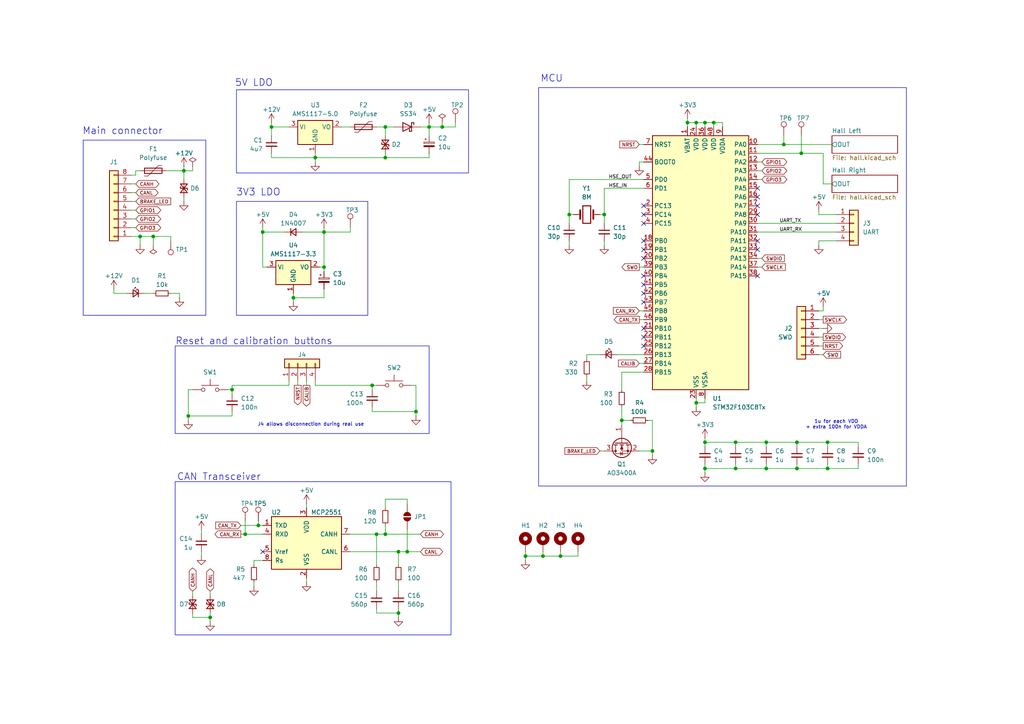
<source format=kicad_sch>
(kicad_sch (version 20231120) (generator "eeschema") (generator_version "8.0")
  (paper "A4")
  (title_block (title "Accelerator Pedal Position Sensor") (date "2025-01-30") (rev "1") (company "York Formula Student") (comment 1 "Logan Carey") (comment 2 "Owen Smith"))
  (junction (at 240.03 128.27))
  (junction (at 207.01 35.56))
  (junction (at 115.57 160.02))
  (junction (at 201.93 35.56))
  (junction (at 54.61 120.65))
  (junction (at 53.34 49.53))
  (junction (at 107.95 111.76))
  (junction (at 85.09 86.36))
  (junction (at 93.98 77.47))
  (junction (at 44.45 68.58))
  (junction (at 152.4 161.29))
  (junction (at 189.23 130.81))
  (junction (at 109.22 154.94))
  (junction (at 93.98 67.31))
  (junction (at 180.34 121.92))
  (junction (at 213.36 135.89))
  (junction (at 71.12 154.94))
  (junction (at 165.1 62.23))
  (junction (at 111.76 154.94))
  (junction (at 157.48 161.29))
  (junction (at 213.36 128.27))
  (junction (at 91.44 45.72))
  (junction (at 128.27 36.83))
  (junction (at 120.65 119.38))
  (junction (at 222.25 128.27))
  (junction (at 227.33 41.91))
  (junction (at 118.11 160.02))
  (junction (at 60.96 179.07))
  (junction (at 232.41 44.45))
  (junction (at 231.14 128.27))
  (junction (at 204.47 128.27))
  (junction (at 111.76 36.83))
  (junction (at 162.56 161.29))
  (junction (at 240.03 135.89))
  (junction (at 40.64 68.58))
  (junction (at 199.39 35.56))
  (junction (at 74.93 152.4))
  (junction (at 76.2 67.31))
  (junction (at 67.31 113.03))
  (junction (at 204.47 135.89))
  (junction (at 222.25 135.89))
  (junction (at 231.14 135.89))
  (junction (at 115.57 177.8))
  (junction (at 111.76 45.72))
  (junction (at 175.26 62.23))
  (junction (at 124.46 36.83))
  (junction (at 201.93 116.84))
  (junction (at 204.47 35.56))
  (junction (at 78.74 36.83))
  (no_connect (at 219.71 59.69))
  (no_connect (at 219.71 72.39))
  (no_connect (at 219.71 54.61))
  (no_connect (at 186.69 74.93))
  (no_connect (at 186.69 97.79))
  (no_connect (at 186.69 95.25))
  (no_connect (at 186.69 82.55))
  (no_connect (at 219.71 80.01))
  (no_connect (at 186.69 69.85))
  (no_connect (at 186.69 85.09))
  (no_connect (at 219.71 57.15))
  (no_connect (at 186.69 59.69))
  (no_connect (at 186.69 80.01))
  (no_connect (at 186.69 62.23))
  (no_connect (at 76.2 160.02))
  (no_connect (at 186.69 100.33))
  (no_connect (at 186.69 64.77))
  (no_connect (at 219.71 69.85))
  (no_connect (at 186.69 87.63))
  (no_connect (at 186.69 72.39))
  (no_connect (at 219.71 62.23))
  (wire (pts (xy 185.42 48.26) (xy 185.42 46.99)))
  (wire (pts (xy 69.85 154.94) (xy 71.12 154.94)))
  (wire (pts (xy 227.33 41.91) (xy 241.3 41.91)))
  (wire (pts (xy 86.36 110.49) (xy 86.36 111.76)))
  (wire (pts (xy 38.1 63.5) (xy 39.37 63.5)))
  (wire (pts (xy 222.25 129.54) (xy 222.25 128.27)))
  (wire (pts (xy 219.71 46.99) (xy 220.98 46.99)))
  (wire (pts (xy 204.47 135.89) (xy 204.47 137.16)))
  (wire (pts (xy 175.26 62.23) (xy 175.26 64.77)))
  (wire (pts (xy 219.71 44.45) (xy 232.41 44.45)))
  (wire (pts (xy 152.4 162.56) (xy 152.4 161.29)))
  (wire (pts (xy 186.69 54.61) (xy 175.26 54.61)))
  (wire (pts (xy 111.76 36.83) (xy 114.3 36.83)))
  (wire (pts (xy 52.07 85.09) (xy 52.07 86.36)))
  (wire (pts (xy 74.93 151.13) (xy 74.93 152.4)))
  (wire (pts (xy 93.98 67.31) (xy 93.98 77.47)))
  (wire (pts (xy 101.6 160.02) (xy 115.57 160.02)))
  (wire (pts (xy 180.34 118.11) (xy 180.34 121.92)))
  (wire (pts (xy 99.06 36.83) (xy 101.6 36.83)))
  (wire (pts (xy 109.22 154.94) (xy 109.22 163.83)))
  (wire (pts (xy 118.11 144.78) (xy 111.76 144.78)))
  (wire (pts (xy 240.03 135.89) (xy 248.92 135.89)))
  (wire (pts (xy 44.45 68.58) (xy 40.64 68.58)))
  (wire (pts (xy 222.25 128.27) (xy 231.14 128.27)))
  (wire (pts (xy 115.57 168.91) (xy 115.57 171.45)))
  (wire (pts (xy 180.34 121.92) (xy 182.88 121.92)))
  (wire (pts (xy 53.34 49.53) (xy 53.34 52.07)))
  (wire (pts (xy 93.98 66.04) (xy 93.98 67.31)))
  (wire (pts (xy 88.9 167.64) (xy 88.9 168.91)))
  (wire (pts (xy 128.27 36.83) (xy 132.08 36.83)))
  (wire (pts (xy 167.64 160.02) (xy 167.64 161.29)))
  (wire (pts (xy 107.95 111.76) (xy 107.95 113.03)))
  (wire (pts (xy 157.48 161.29) (xy 152.4 161.29)))
  (wire (pts (xy 165.1 62.23) (xy 165.1 64.77)))
  (wire (pts (xy 83.82 111.76) (xy 83.82 110.49)))
  (wire (pts (xy 55.88 49.53) (xy 53.34 49.53)))
  (wire (pts (xy 213.36 134.62) (xy 213.36 135.89)))
  (wire (pts (xy 204.47 128.27) (xy 213.36 128.27)))
  (wire (pts (xy 53.34 57.15) (xy 53.34 58.42)))
  (wire (pts (xy 67.31 120.65) (xy 54.61 120.65)))
  (wire (pts (xy 118.11 160.02) (xy 121.92 160.02)))
  (wire (pts (xy 237.49 90.17) (xy 238.76 90.17)))
  (wire (pts (xy 227.33 39.37) (xy 227.33 41.91)))
  (wire (pts (xy 111.76 44.45) (xy 111.76 45.72)))
  (wire (pts (xy 219.71 52.07) (xy 220.98 52.07)))
  (wire (pts (xy 165.1 62.23) (xy 166.37 62.23)))
  (wire (pts (xy 185.42 41.91) (xy 186.69 41.91)))
  (wire (pts (xy 78.74 45.72) (xy 91.44 45.72)))
  (wire (pts (xy 185.42 77.47) (xy 186.69 77.47)))
  (wire (pts (xy 41.91 85.09) (xy 44.45 85.09)))
  (wire (pts (xy 204.47 116.84) (xy 204.47 115.57)))
  (wire (pts (xy 55.88 48.26) (xy 55.88 49.53)))
  (wire (pts (xy 76.2 66.04) (xy 76.2 67.31)))
  (wire (pts (xy 55.88 177.8) (xy 55.88 179.07)))
  (wire (pts (xy 231.14 128.27) (xy 240.03 128.27)))
  (wire (pts (xy 69.85 152.4) (xy 74.93 152.4)))
  (wire (pts (xy 231.14 135.89) (xy 240.03 135.89)))
  (wire (pts (xy 186.69 52.07) (xy 165.1 52.07)))
  (wire (pts (xy 237.49 69.85) (xy 242.57 69.85)))
  (wire (pts (xy 157.48 161.29) (xy 162.56 161.29)))
  (wire (pts (xy 219.71 49.53) (xy 220.98 49.53)))
  (wire (pts (xy 101.6 154.94) (xy 109.22 154.94)))
  (wire (pts (xy 222.25 135.89) (xy 231.14 135.89)))
  (wire (pts (xy 242.57 62.23) (xy 237.49 62.23)))
  (wire (pts (xy 173.99 130.81) (xy 175.26 130.81)))
  (wire (pts (xy 38.1 60.96) (xy 39.37 60.96)))
  (wire (pts (xy 124.46 36.83) (xy 128.27 36.83)))
  (wire (pts (xy 222.25 134.62) (xy 222.25 135.89)))
  (wire (pts (xy 124.46 36.83) (xy 124.46 35.56)))
  (wire (pts (xy 232.41 39.37) (xy 232.41 44.45)))
  (wire (pts (xy 60.96 177.8) (xy 60.96 179.07)))
  (wire (pts (xy 213.36 135.89) (xy 204.47 135.89)))
  (wire (pts (xy 204.47 35.56) (xy 204.47 36.83)))
  (wire (pts (xy 240.03 134.62) (xy 240.03 135.89)))
  (wire (pts (xy 189.23 132.08) (xy 189.23 130.81)))
  (wire (pts (xy 40.64 68.58) (xy 40.64 71.12)))
  (wire (pts (xy 201.93 116.84) (xy 201.93 115.57)))
  (wire (pts (xy 238.76 97.79) (xy 237.49 97.79)))
  (wire (pts (xy 175.26 69.85) (xy 175.26 71.12)))
  (wire (pts (xy 49.53 69.85) (xy 49.53 68.58)))
  (wire (pts (xy 175.26 62.23) (xy 173.99 62.23)))
  (wire (pts (xy 38.1 68.58) (xy 40.64 68.58)))
  (wire (pts (xy 201.93 35.56) (xy 204.47 35.56)))
  (wire (pts (xy 67.31 111.76) (xy 67.31 113.03)))
  (wire (pts (xy 199.39 36.83) (xy 199.39 35.56)))
  (wire (pts (xy 101.6 66.04) (xy 101.6 67.31)))
  (wire (pts (xy 231.14 129.54) (xy 231.14 128.27)))
  (wire (pts (xy 219.71 67.31) (xy 242.57 67.31)))
  (wire (pts (xy 115.57 160.02) (xy 115.57 163.83)))
  (wire (pts (xy 219.71 77.47) (xy 220.98 77.47)))
  (wire (pts (xy 66.04 113.03) (xy 67.31 113.03)))
  (wire (pts (xy 73.66 162.56) (xy 73.66 163.83)))
  (wire (pts (xy 157.48 160.02) (xy 157.48 161.29)))
  (wire (pts (xy 67.31 111.76) (xy 83.82 111.76)))
  (wire (pts (xy 207.01 36.83) (xy 207.01 35.56)))
  (wire (pts (xy 54.61 120.65) (xy 54.61 113.03)))
  (wire (pts (xy 180.34 107.95) (xy 180.34 113.03)))
  (wire (pts (xy 39.37 49.53) (xy 39.37 50.8)))
  (wire (pts (xy 162.56 160.02) (xy 162.56 161.29)))
  (wire (pts (xy 78.74 36.83) (xy 78.74 35.56)))
  (wire (pts (xy 92.71 77.47) (xy 93.98 77.47)))
  (wire (pts (xy 120.65 111.76) (xy 119.38 111.76)))
  (wire (pts (xy 209.55 36.83) (xy 209.55 35.56)))
  (wire (pts (xy 78.74 36.83) (xy 83.82 36.83)))
  (wire (pts (xy 237.49 62.23) (xy 237.49 60.96)))
  (wire (pts (xy 199.39 35.56) (xy 201.93 35.56)))
  (wire (pts (xy 48.26 49.53) (xy 53.34 49.53)))
  (wire (pts (xy 111.76 154.94) (xy 121.92 154.94)))
  (wire (pts (xy 58.42 160.02) (xy 58.42 161.29)))
  (wire (pts (xy 118.11 153.67) (xy 118.11 160.02)))
  (wire (pts (xy 186.69 107.95) (xy 180.34 107.95)))
  (wire (pts (xy 115.57 177.8) (xy 115.57 179.07)))
  (wire (pts (xy 115.57 176.53) (xy 115.57 177.8)))
  (wire (pts (xy 74.93 152.4) (xy 76.2 152.4)))
  (wire (pts (xy 82.55 67.31) (xy 76.2 67.31)))
  (wire (pts (xy 132.08 35.56) (xy 132.08 36.83)))
  (wire (pts (xy 170.18 102.87) (xy 170.18 104.14)))
  (wire (pts (xy 49.53 85.09) (xy 52.07 85.09)))
  (wire (pts (xy 238.76 53.34) (xy 241.3 53.34)))
  (wire (pts (xy 238.76 100.33) (xy 237.49 100.33)))
  (wire (pts (xy 111.76 152.4) (xy 111.76 154.94)))
  (wire (pts (xy 120.65 120.65) (xy 120.65 119.38)))
  (wire (pts (xy 213.36 135.89) (xy 222.25 135.89)))
  (wire (pts (xy 109.22 36.83) (xy 111.76 36.83)))
  (wire (pts (xy 73.66 168.91) (xy 73.66 170.18)))
  (wire (pts (xy 240.03 128.27) (xy 248.92 128.27)))
  (wire (pts (xy 201.93 116.84) (xy 201.93 118.11)))
  (wire (pts (xy 91.44 110.49) (xy 91.44 111.76)))
  (wire (pts (xy 238.76 102.87) (xy 237.49 102.87)))
  (wire (pts (xy 120.65 119.38) (xy 120.65 111.76)))
  (wire (pts (xy 204.47 127) (xy 204.47 128.27)))
  (wire (pts (xy 115.57 160.02) (xy 118.11 160.02)))
  (wire (pts (xy 38.1 58.42) (xy 39.37 58.42)))
  (wire (pts (xy 118.11 146.05) (xy 118.11 144.78)))
  (wire (pts (xy 238.76 95.25) (xy 237.49 95.25)))
  (wire (pts (xy 91.44 45.72) (xy 111.76 45.72)))
  (wire (pts (xy 93.98 83.82) (xy 93.98 86.36)))
  (wire (pts (xy 238.76 90.17) (xy 238.76 88.9)))
  (wire (pts (xy 238.76 44.45) (xy 238.76 53.34)))
  (wire (pts (xy 53.34 48.26) (xy 53.34 49.53)))
  (wire (pts (xy 189.23 121.92) (xy 189.23 130.81)))
  (wire (pts (xy 87.63 67.31) (xy 93.98 67.31)))
  (wire (pts (xy 204.47 128.27) (xy 204.47 129.54)))
  (wire (pts (xy 67.31 119.38) (xy 67.31 120.65)))
  (wire (pts (xy 91.44 111.76) (xy 107.95 111.76)))
  (wire (pts (xy 38.1 55.88) (xy 39.37 55.88)))
  (wire (pts (xy 201.93 36.83) (xy 201.93 35.56)))
  (wire (pts (xy 109.22 168.91) (xy 109.22 171.45)))
  (wire (pts (xy 124.46 45.72) (xy 111.76 45.72)))
  (wire (pts (xy 201.93 116.84) (xy 204.47 116.84)))
  (wire (pts (xy 55.88 172.72) (xy 55.88 171.45)))
  (wire (pts (xy 44.45 71.12) (xy 44.45 68.58)))
  (wire (pts (xy 93.98 67.31) (xy 101.6 67.31)))
  (wire (pts (xy 248.92 129.54) (xy 248.92 128.27)))
  (wire (pts (xy 179.07 102.87) (xy 186.69 102.87)))
  (wire (pts (xy 76.2 77.47) (xy 77.47 77.47)))
  (wire (pts (xy 165.1 52.07) (xy 165.1 62.23)))
  (wire (pts (xy 33.02 85.09) (xy 33.02 83.82)))
  (wire (pts (xy 36.83 85.09) (xy 33.02 85.09)))
  (wire (pts (xy 67.31 113.03) (xy 67.31 114.3)))
  (wire (pts (xy 91.44 45.72) (xy 91.44 46.99)))
  (wire (pts (xy 219.71 41.91) (xy 227.33 41.91)))
  (wire (pts (xy 170.18 109.22) (xy 170.18 110.49)))
  (wire (pts (xy 240.03 129.54) (xy 240.03 128.27)))
  (wire (pts (xy 109.22 176.53) (xy 109.22 177.8)))
  (wire (pts (xy 55.88 179.07) (xy 60.96 179.07)))
  (wire (pts (xy 60.96 171.45) (xy 60.96 172.72)))
  (wire (pts (xy 165.1 69.85) (xy 165.1 71.12)))
  (wire (pts (xy 107.95 118.11) (xy 107.95 119.38)))
  (wire (pts (xy 38.1 66.04) (xy 39.37 66.04)))
  (wire (pts (xy 152.4 160.02) (xy 152.4 161.29)))
  (wire (pts (xy 124.46 36.83) (xy 124.46 39.37)))
  (wire (pts (xy 128.27 35.56) (xy 128.27 36.83)))
  (wire (pts (xy 124.46 44.45) (xy 124.46 45.72)))
  (wire (pts (xy 71.12 151.13) (xy 71.12 154.94)))
  (wire (pts (xy 88.9 110.49) (xy 88.9 111.76)))
  (wire (pts (xy 111.76 36.83) (xy 111.76 39.37)))
  (wire (pts (xy 93.98 86.36) (xy 85.09 86.36)))
  (wire (pts (xy 209.55 35.56) (xy 207.01 35.56)))
  (wire (pts (xy 187.96 121.92) (xy 189.23 121.92)))
  (wire (pts (xy 219.71 64.77) (xy 242.57 64.77)))
  (wire (pts (xy 85.09 85.09) (xy 85.09 86.36)))
  (wire (pts (xy 111.76 144.78) (xy 111.76 147.32)))
  (wire (pts (xy 219.71 74.93) (xy 220.98 74.93)))
  (wire (pts (xy 185.42 90.17) (xy 186.69 90.17)))
  (wire (pts (xy 85.09 86.36) (xy 85.09 87.63)))
  (wire (pts (xy 76.2 67.31) (xy 76.2 77.47)))
  (wire (pts (xy 54.61 121.92) (xy 54.61 120.65)))
  (wire (pts (xy 39.37 50.8) (xy 38.1 50.8)))
  (wire (pts (xy 237.49 71.12) (xy 237.49 69.85)))
  (wire (pts (xy 58.42 153.67) (xy 58.42 154.94)))
  (wire (pts (xy 199.39 34.29) (xy 199.39 35.56)))
  (wire (pts (xy 54.61 113.03) (xy 55.88 113.03)))
  (wire (pts (xy 185.42 105.41) (xy 186.69 105.41)))
  (wire (pts (xy 109.22 177.8) (xy 115.57 177.8)))
  (wire (pts (xy 185.42 46.99) (xy 186.69 46.99)))
  (wire (pts (xy 121.92 36.83) (xy 124.46 36.83)))
  (wire (pts (xy 175.26 54.61) (xy 175.26 62.23)))
  (wire (pts (xy 173.99 102.87) (xy 170.18 102.87)))
  (wire (pts (xy 88.9 146.05) (xy 88.9 147.32)))
  (wire (pts (xy 189.23 130.81) (xy 185.42 130.81)))
  (wire (pts (xy 248.92 134.62) (xy 248.92 135.89)))
  (wire (pts (xy 39.37 49.53) (xy 40.64 49.53)))
  (wire (pts (xy 231.14 134.62) (xy 231.14 135.89)))
  (wire (pts (xy 232.41 44.45) (xy 238.76 44.45)))
  (wire (pts (xy 207.01 35.56) (xy 204.47 35.56)))
  (wire (pts (xy 204.47 134.62) (xy 204.47 135.89)))
  (wire (pts (xy 78.74 36.83) (xy 78.74 39.37)))
  (wire (pts (xy 60.96 179.07) (xy 60.96 180.34)))
  (wire (pts (xy 78.74 44.45) (xy 78.74 45.72)))
  (wire (pts (xy 91.44 44.45) (xy 91.44 45.72)))
  (wire (pts (xy 71.12 154.94) (xy 76.2 154.94)))
  (wire (pts (xy 238.76 92.71) (xy 237.49 92.71)))
  (wire (pts (xy 185.42 92.71) (xy 186.69 92.71)))
  (wire (pts (xy 213.36 128.27) (xy 222.25 128.27)))
  (wire (pts (xy 93.98 77.47) (xy 93.98 78.74)))
  (wire (pts (xy 49.53 68.58) (xy 44.45 68.58)))
  (wire (pts (xy 107.95 119.38) (xy 120.65 119.38)))
  (wire (pts (xy 38.1 53.34) (xy 39.37 53.34)))
  (wire (pts (xy 109.22 111.76) (xy 107.95 111.76)))
  (wire (pts (xy 167.64 161.29) (xy 162.56 161.29)))
  (wire (pts (xy 109.22 154.94) (xy 111.76 154.94)))
  (wire (pts (xy 180.34 121.92) (xy 180.34 123.19)))
  (wire (pts (xy 76.2 162.56) (xy 73.66 162.56)))
  (wire (pts (xy 213.36 129.54) (xy 213.36 128.27)))
  (rectangle (start 24.13 40.64) (end 59.69 91.44))
  (rectangle (start 50.8 139.7) (end 130.81 184.15))
  (rectangle (start 156.21 25.4) (end 262.89 140.97))
  (rectangle (start 50.8 100.33) (end 124.46 125.73))
  (rectangle (start 68.58 58.42) (end 106.68 91.44))
  (rectangle (start 68.58 26.035) (end 135.89 50.165))
  (text "MCU" (at 160.02 22.86 0) (effects (font (size 2 2))))
  (text "Reset and calibration buttons" (at 73.66 99.06 0) (effects (font (size 2 2))))
  (text "3V3 LDO" (at 74.93 55.88 0) (effects (font (size 2 2))))
  (text "1u for each VDD\n+ extra 100n for VDDA" (at 242.57 123.19 0) (effects (font (size 1 1))))
  (text "J4 allows disconnection during real use" (at 90.17 123.19 0) (effects (font (size 1 1))))
  (text "Main connector" (at 35.56 38.1 0) (effects (font (size 2 2))))
  (text "CAN Transceiver" (at 63.5 138.43 0) (effects (font (size 2 2))))
  (text "5V LDO" (at 73.66 24.13 0) (effects (font (size 2 2))))
  (label "HSE_IN" (at 176.53 54.61 0) (effects (font (size 1 1))))
  (label "HSE_OUT" (at 176.53 52.07 0) (effects (font (size 1 1))))
  (label "UART_RX" (at 226.06 67.31 0) (effects (font (size 1 1))))
  (label "UART_TX" (at 226.06 64.77 0) (effects (font (size 1 1))))
  (global_label "GPIO1" (shape bidirectional) (at 39.37 60.96 0) (effects (font (size 1 1))) (property "Intersheetrefs" "${INTERSHEET_REFS}" (effects (hide yes))))
  (global_label "CAN_RX" (shape input) (at 185.42 90.17 180) (effects (font (size 1 1))) (property "Intersheetrefs" "${INTERSHEET_REFS}" (effects (hide yes))))
  (global_label "NRST" (shape output) (at 86.36 111.76 270) (effects (font (size 1 1))) (property "Intersheetrefs" "${INTERSHEET_REFS}" (effects (hide yes))))
  (global_label "CANH" (shape bidirectional) (at 55.88 171.45 90) (effects (font (size 1 1))) (property "Intersheetrefs" "${INTERSHEET_REFS}" (effects (hide yes))))
  (global_label "CANH" (shape bidirectional) (at 39.37 53.34 0) (effects (font (size 1 1))) (property "Intersheetrefs" "${INTERSHEET_REFS}" (effects (hide yes))))
  (global_label "CANL" (shape bidirectional) (at 60.96 171.45 90) (effects (font (size 1 1))) (property "Intersheetrefs" "${INTERSHEET_REFS}" (effects (hide yes))))
  (global_label "GPIO3" (shape bidirectional) (at 220.98 52.07 0) (effects (font (size 1 1))) (property "Intersheetrefs" "${INTERSHEET_REFS}" (effects (hide yes))))
  (global_label "BRAKE_LED" (shape input) (at 39.37 58.42 0) (effects (font (size 1 1))) (property "Intersheetrefs" "${INTERSHEET_REFS}" (effects (hide yes))))
  (global_label "CANL" (shape bidirectional) (at 121.92 160.02 0) (effects (font (size 1 1))) (property "Intersheetrefs" "${INTERSHEET_REFS}" (effects (hide yes))))
  (global_label "CANL" (shape bidirectional) (at 39.37 55.88 0) (effects (font (size 1 1))) (property "Intersheetrefs" "${INTERSHEET_REFS}" (effects (hide yes))))
  (global_label "GPIO3" (shape bidirectional) (at 39.37 66.04 0) (effects (font (size 1 1))) (property "Intersheetrefs" "${INTERSHEET_REFS}" (effects (hide yes))))
  (global_label "SWO" (shape output) (at 185.42 77.47 180) (effects (font (size 1 1))) (property "Intersheetrefs" "${INTERSHEET_REFS}" (effects (hide yes))))
  (global_label "GPIO2" (shape bidirectional) (at 39.37 63.5 0) (effects (font (size 1 1))) (property "Intersheetrefs" "${INTERSHEET_REFS}" (effects (hide yes))))
  (global_label "GPIO2" (shape bidirectional) (at 220.98 49.53 0) (effects (font (size 1 1))) (property "Intersheetrefs" "${INTERSHEET_REFS}" (effects (hide yes))))
  (global_label "GPIO1" (shape bidirectional) (at 220.98 46.99 0) (effects (font (size 1 1))) (property "Intersheetrefs" "${INTERSHEET_REFS}" (effects (hide yes))))
  (global_label "CALIB" (shape output) (at 88.9 111.76 270) (effects (font (size 1 1))) (property "Intersheetrefs" "${INTERSHEET_REFS}" (effects (hide yes))))
  (global_label "SWCLK" (shape output) (at 238.76 92.71 0) (effects (font (size 1 1))) (property "Intersheetrefs" "${INTERSHEET_REFS}" (effects (hide yes))))
  (global_label "NRST" (shape output) (at 238.76 100.33 0) (effects (font (size 1 1))) (property "Intersheetrefs" "${INTERSHEET_REFS}" (effects (hide yes))))
  (global_label "BRAKE_LED" (shape input) (at 173.99 130.81 180) (effects (font (size 1 1))) (property "Intersheetrefs" "${INTERSHEET_REFS}" (effects (hide yes))))
  (global_label "CAN_TX" (shape input) (at 69.85 152.4 180) (effects (font (size 1 1))) (property "Intersheetrefs" "${INTERSHEET_REFS}" (effects (hide yes))))
  (global_label "SWO" (shape input) (at 238.76 102.87 0) (effects (font (size 1 1))) (property "Intersheetrefs" "${INTERSHEET_REFS}" (effects (hide yes))))
  (global_label "SWDIO" (shape output) (at 238.76 97.79 0) (effects (font (size 1 1))) (property "Intersheetrefs" "${INTERSHEET_REFS}" (effects (hide yes))))
  (global_label "CAN_TX" (shape output) (at 185.42 92.71 180) (effects (font (size 1 1))) (property "Intersheetrefs" "${INTERSHEET_REFS}" (effects (hide yes))))
  (global_label "SWDIO" (shape input) (at 220.98 74.93 0) (effects (font (size 1 1))) (property "Intersheetrefs" "${INTERSHEET_REFS}" (effects (hide yes))))
  (global_label "NRST" (shape input) (at 185.42 41.91 180) (effects (font (size 1 1))) (property "Intersheetrefs" "${INTERSHEET_REFS}" (effects (hide yes))))
  (global_label "SWCLK" (shape input) (at 220.98 77.47 0) (effects (font (size 1 1))) (property "Intersheetrefs" "${INTERSHEET_REFS}" (effects (hide yes))))
  (global_label "CAN_RX" (shape output) (at 69.85 154.94 180) (effects (font (size 1 1))) (property "Intersheetrefs" "${INTERSHEET_REFS}" (effects (hide yes))))
  (global_label "CALIB" (shape input) (at 185.42 105.41 180) (effects (font (size 1 1))) (property "Intersheetrefs" "${INTERSHEET_REFS}" (effects (hide yes))))
  (global_label "CANH" (shape bidirectional) (at 121.92 154.94 0) (effects (font (size 1 1))) (property "Intersheetrefs" "${INTERSHEET_REFS}" (effects (hide yes))))
  (symbol (lib_id "Device:Polyfuse") (at 105.41 36.83 90) (unit 1)
    (property "Reference" "F2" (at 105.41 30.48 90))
    (property "Value" "Polyfuse" (at 105.41 33.02 90))
    (property "Footprint" "Resistor_SMD:R_0805_2012Metric" (effects (hide yes)))
    (property "Description" "Resettable fuse, polymeric positive temperature coefficient" (effects (hide yes)))
  )
  (symbol (lib_id "power:PWR_FLAG") (at 128.27 35.56 0) (unit 1)
    (property "Reference" "#FLG02" (effects (hide yes)))
    (property "Value" "PWR_FLAG" (effects (hide yes)))
    (property "Description" "Special symbol for telling ERC where power comes from" (effects (hide yes)))
  )
  (symbol (lib_id "Connector_Generic:Conn_01x08") (at 33.02 60.96 180) (unit 1)
    (property "Reference" "J1" (at 33.02 46.99 0))
    (property "Value" "Conn_01x08" (effects (hide yes)))
    (property "Description" "Generic connector, single row, 01x08, script generated (kicad-library-utils/schlib/autogen/connector/)" (effects (hide yes)))
  )
  (symbol (lib_id "Device:LED_Small") (at 176.53 102.87 0) (unit 1)
    (property "Reference" "D5" (at 176.53 99.06 0))
    (property "Value" "LED_Small" (effects (hide yes)))
    (property "Footprint" "LED_SMD:LED_0603_1608Metric" (effects (hide yes)))
    (property "Description" "Light emitting diode, small symbol" (effects (hide yes)))
  )
  (symbol (lib_id "power:GND") (at 85.09 87.63 0) (unit 1)
    (property "Reference" "#PWR031" (effects (hide yes)))
    (property "Value" "GND" (effects (hide yes)))
    (property "Description" "Power symbol creates a global label with name \"GND\" , ground" (effects (hide yes)))
  )
  (symbol (lib_id "Diode:SS34") (at 118.11 36.83 0) (mirror y) (unit 1)
    (property "Reference" "D3" (at 118.4275 30.48 0))
    (property "Value" "SS34" (at 118.4275 33.02 0))
    (property "Footprint" "Diode_SMD:D_SMA" (effects (hide yes)))
    (property "Datasheet" "https://www.vishay.com/docs/88751/ss32.pdf" (effects (hide yes)))
    (property "Description" "40V 3A Schottky Diode, SMA" (effects (hide yes)))
  )
  (symbol (lib_id "Device:C_Polarized_Small") (at 124.46 41.91 0) (unit 1)
    (property "Reference" "C2" (at 127 40.0938 0) (effects (justify left)))
    (property "Value" "10u" (at 127 42.6338 0) (effects (justify left)))
    (property "Footprint" "Capacitor_SMD:CP_Elec_6.3x5.4" (effects (hide yes)))
    (property "Description" "Polarized capacitor, small symbol" (effects (hide yes)))
  )
  (symbol (lib_id "power:+3V3") (at 93.98 66.04 0) (unit 1)
    (property "Reference" "#PWR032" (effects (hide yes)))
    (property "Value" "+3V3" (at 93.98 62.23 0))
    (property "Description" "Power symbol creates a global label with name \"+3V3\"" (effects (hide yes)))
  )
  (symbol (lib_id "Connector:TestPoint") (at 71.12 151.13 0) (unit 1)
    (property "Reference" "TP4" (at 69.85 146.05 0) (effects (justify left)))
    (property "Value" "TestPoint" (effects (hide yes)))
    (property "Footprint" "TestPoint:TestPoint_Keystone_5000-5004_Miniature" (effects (hide yes)))
    (property "Description" "test point" (effects (hide yes)))
  )
  (symbol (lib_id "power:GND") (at 52.07 86.36 0) (unit 1)
    (property "Reference" "#PWR042" (effects (hide yes)))
    (property "Value" "GND" (effects (hide yes)))
    (property "Description" "Power symbol creates a global label with name \"GND\" , ground" (effects (hide yes)))
  )
  (symbol (lib_id "Interface_CAN_LIN:MCP2551-I-SN") (at 88.9 157.48 0) (unit 1)
    (property "Reference" "U2" (at 78.74 148.59 0) (effects (justify left)))
    (property "Value" "MCP2551" (at 90.17 148.59 0) (effects (justify left)))
    (property "Footprint" "Package_SO:SOIC-8_3.9x4.9mm_P1.27mm" (effects (hide yes)))
    (property "Datasheet" "http://ww1.microchip.com/downloads/en/devicedoc/21667d.pdf" (effects (hide yes)))
    (property "Description" "High-Speed CAN Transceiver, 1Mbps, 5V supply, SOIC-8" (effects (hide yes)))
  )
  (symbol (lib_id "Mechanical:MountingHole_Pad") (at 167.64 157.48 0) (unit 1) (exclude_from_sim yes) (in_bom no)
    (property "Reference" "H4" (at 166.37 152.4 0) (effects (justify left)))
    (property "Value" "MountingHole_Pad" (effects (hide yes)))
    (property "Footprint" "MountingHole:MountingHole_3.2mm_M3_Pad_Via" (effects (hide yes)))
    (property "Description" "Mounting Hole with connection" (effects (hide yes)))
  )
  (symbol (lib_id "power:GND") (at 88.9 168.91 0) (unit 1)
    (property "Reference" "#PWR09" (effects (hide yes)))
    (property "Value" "GND" (effects (hide yes)))
    (property "Description" "Power symbol creates a global label with name \"GND\" , ground" (effects (hide yes)))
  )
  (symbol (lib_id "Switch:SW_Push") (at 60.96 113.03 0) (unit 1)
    (property "Reference" "SW1" (at 60.96 107.95 0))
    (property "Value" "SW_Push" (effects (hide yes)))
    (property "Footprint" "Button_Switch_SMD:SW_Push_SPST_NO_Alps_SKRK" (effects (hide yes)))
    (property "Description" "Push button switch, generic, two pins" (effects (hide yes)))
  )
  (symbol (lib_id "Device:D_Small") (at 85.09 67.31 0) (unit 1)
    (property "Reference" "D4" (at 85.09 62.23 0))
    (property "Value" "1N4007" (at 85.09 64.77 0))
    (property "Footprint" "Diode_SMD:D_SOD-123F" (effects (hide yes)))
    (property "Description" "Diode, small symbol" (effects (hide yes)))
    (property "Sim.Device" "D" (effects (hide yes)))
    (property "Sim.Pins" "1=K 2=A" (effects (hide yes)))
  )
  (symbol (lib_id "Device:C_Small") (at 165.1 67.31 0) (unit 1)
    (property "Reference" "C10" (at 162.56 66.0462 0) (effects (justify right)))
    (property "Value" "30p" (at 162.56 68.5862 0) (effects (justify right)))
    (property "Footprint" "Capacitor_SMD:C_0603_1608Metric" (effects (hide yes)))
    (property "Description" "Unpolarized capacitor, small symbol" (effects (hide yes)))
  )
  (symbol (lib_id "Device:D_TVS_Small") (at 53.34 54.61 90) (unit 1)
    (property "Reference" "D6" (at 56.515 54.61 90))
    (property "Value" "D_TVS_Small" (effects (hide yes)))
    (property "Description" "Bidirectional transient-voltage-suppression diode, small symbol" (effects (hide yes)))
  )
  (symbol (lib_id "Device:C_Small") (at 222.25 132.08 0) (unit 1)
    (property "Reference" "C6" (at 224.79 130.8162 0) (effects (justify left)))
    (property "Value" "1u" (at 224.79 133.3562 0) (effects (justify left)))
    (property "Footprint" "Capacitor_SMD:C_0603_1608Metric" (effects (hide yes)))
    (property "Description" "Unpolarized capacitor, small symbol" (effects (hide yes)))
  )
  (symbol (lib_id "power:GND") (at 152.4 162.56 0) (unit 1)
    (property "Reference" "#PWR044" (effects (hide yes)))
    (property "Value" "GND" (effects (hide yes)))
    (property "Description" "Power symbol creates a global label with name \"GND\" , ground" (effects (hide yes)))
  )
  (symbol (lib_id "Mechanical:MountingHole_Pad") (at 157.48 157.48 0) (unit 1) (exclude_from_sim yes) (in_bom no)
    (property "Reference" "H2" (at 156.21 152.4 0) (effects (justify left)))
    (property "Value" "MountingHole_Pad" (effects (hide yes)))
    (property "Footprint" "MountingHole:MountingHole_3.2mm_M3_Pad_Via" (effects (hide yes)))
    (property "Description" "Mounting Hole with connection" (effects (hide yes)))
  )
  (symbol (lib_id "power:+12V") (at 33.02 83.82 0) (unit 1)
    (property "Reference" "#PWR041" (effects (hide yes)))
    (property "Value" "+12V" (at 33.02 80.01 0))
    (property "Description" "Power symbol creates a global label with name \"+12V\"" (effects (hide yes)))
  )
  (symbol (lib_id "Device:C_Small") (at 109.22 173.99 0) (unit 1)
    (property "Reference" "C15" (at 106.68 172.7262 0) (effects (justify right)))
    (property "Value" "560p" (at 106.68 175.2662 0) (effects (justify right)))
    (property "Footprint" "Capacitor_SMD:C_0603_1608Metric" (effects (hide yes)))
    (property "Description" "Unpolarized capacitor, small symbol" (effects (hide yes)))
  )
  (symbol (lib_id "Device:R_Small") (at 111.76 149.86 0) (mirror y) (unit 1)
    (property "Reference" "R8" (at 109.22 148.5899 0) (effects (justify left)))
    (property "Value" "120" (at 109.22 151.1299 0) (effects (justify left)))
    (property "Footprint" "Resistor_SMD:R_0603_1608Metric" (effects (hide yes)))
    (property "Description" "Resistor, small symbol" (effects (hide yes)))
  )
  (symbol (lib_id "power:GND") (at 185.42 48.26 0) (unit 1)
    (property "Reference" "#PWR05" (effects (hide yes)))
    (property "Value" "GND" (effects (hide yes)))
    (property "Description" "Power symbol creates a global label with name \"GND\" , ground" (effects (hide yes)))
  )
  (symbol (lib_id "Transistor_FET:AO3400A") (at 180.34 128.27 90) (mirror x) (unit 1)
    (property "Reference" "Q1" (at 180.34 134.62 90))
    (property "Value" "AO3400A" (at 180.34 137.16 90))
    (property "Footprint" "Package_TO_SOT_SMD:SOT-23" (effects (hide yes)))
    (property "Datasheet" "http://www.aosmd.com/pdfs/datasheet/AO3400A.pdf" (effects (hide yes)))
    (property "Description" "30V Vds, 5.7A Id, N-Channel MOSFET, SOT-23" (effects (hide yes)))
  )
  (symbol (lib_id "Switch:SW_Push") (at 114.3 111.76 0) (mirror y) (unit 1)
    (property "Reference" "SW2" (at 114.3 106.68 0))
    (property "Value" "SW_Push" (effects (hide yes)))
    (property "Footprint" "Button_Switch_SMD:SW_Push_SPST_NO_Alps_SKRK" (effects (hide yes)))
    (property "Description" "Push button switch, generic, two pins" (effects (hide yes)))
  )
  (symbol (lib_id "power:GND") (at 189.23 132.08 0) (unit 1)
    (property "Reference" "#PWR017" (effects (hide yes)))
    (property "Value" "GND" (effects (hide yes)))
    (property "Description" "Power symbol creates a global label with name \"GND\" , ground" (effects (hide yes)))
  )
  (symbol (lib_id "Device:C_Small") (at 240.03 132.08 0) (unit 1)
    (property "Reference" "C8" (at 242.57 130.8162 0) (effects (justify left)))
    (property "Value" "1u" (at 242.57 133.3562 0) (effects (justify left)))
    (property "Footprint" "Capacitor_SMD:C_0603_1608Metric" (effects (hide yes)))
    (property "Description" "Unpolarized capacitor, small symbol" (effects (hide yes)))
  )
  (symbol (lib_id "Connector:TestPoint") (at 74.93 151.13 0) (unit 1)
    (property "Reference" "TP5" (at 73.66 146.05 0) (effects (justify left)))
    (property "Value" "TestPoint" (effects (hide yes)))
    (property "Footprint" "TestPoint:TestPoint_Keystone_5000-5004_Miniature" (effects (hide yes)))
    (property "Description" "test point" (effects (hide yes)))
  )
  (symbol (lib_id "Device:C_Small") (at 213.36 132.08 0) (unit 1)
    (property "Reference" "C5" (at 215.9 130.8162 0) (effects (justify left)))
    (property "Value" "1u" (at 215.9 133.3562 0) (effects (justify left)))
    (property "Footprint" "Capacitor_SMD:C_0603_1608Metric" (effects (hide yes)))
    (property "Description" "Unpolarized capacitor, small symbol" (effects (hide yes)))
  )
  (symbol (lib_id "Device:LED_Small") (at 39.37 85.09 0) (mirror y) (unit 1)
    (property "Reference" "D1" (at 39.37 81.28 0))
    (property "Value" "LED_Small" (effects (hide yes)))
    (property "Footprint" "LED_SMD:LED_0603_1608Metric" (effects (hide yes)))
    (property "Description" "Light emitting diode, small symbol" (effects (hide yes)))
  )
  (symbol (lib_id "Mechanical:MountingHole_Pad") (at 162.56 157.48 0) (unit 1) (exclude_from_sim yes) (in_bom no)
    (property "Reference" "H3" (at 161.29 152.4 0) (effects (justify left)))
    (property "Value" "MountingHole_Pad" (effects (hide yes)))
    (property "Footprint" "MountingHole:MountingHole_3.2mm_M3_Pad_Via" (effects (hide yes)))
    (property "Description" "Mounting Hole with connection" (effects (hide yes)))
  )
  (symbol (lib_id "Device:C_Small") (at 58.42 157.48 0) (unit 1)
    (property "Reference" "C14" (at 55.88 156.2162 0) (effects (justify right)))
    (property "Value" "1u" (at 55.88 158.7562 0) (effects (justify right)))
    (property "Footprint" "Capacitor_SMD:C_0603_1608Metric" (effects (hide yes)))
    (property "Description" "Unpolarized capacitor, small symbol" (effects (hide yes)))
  )
  (symbol (lib_id "power:GND") (at 40.64 71.12 0) (unit 1)
    (property "Reference" "#PWR02" (effects (hide yes)))
    (property "Value" "GND" (effects (hide yes)))
    (property "Description" "Power symbol creates a global label with name \"GND\" , ground" (effects (hide yes)))
  )
  (symbol (lib_id "power:+5V") (at 76.2 66.04 0) (unit 1)
    (property "Reference" "#PWR040" (effects (hide yes)))
    (property "Value" "+5V" (at 76.2 62.23 0))
    (property "Description" "Power symbol creates a global label with name \"+5V\"" (effects (hide yes)))
  )
  (symbol (lib_id "Connector:TestPoint") (at 227.33 39.37 0) (unit 1)
    (property "Reference" "TP6" (at 226.06 34.29 0) (effects (justify left)))
    (property "Value" "TestPoint" (effects (hide yes)))
    (property "Footprint" "TestPoint:TestPoint_Keystone_5000-5004_Miniature" (effects (hide yes)))
    (property "Description" "test point" (effects (hide yes)))
  )
  (symbol (lib_id "Regulator_Linear:AMS1117-5.0") (at 91.44 36.83 0) (unit 1)
    (property "Reference" "U3" (at 91.44 30.48 0))
    (property "Value" "AMS1117-5.0" (at 91.44 33.02 0))
    (property "Footprint" "Package_TO_SOT_SMD:SOT-223-3_TabPin2" (effects (hide yes)))
    (property "Datasheet" "http://www.advanced-monolithic.com/pdf/ds1117.pdf" (effects (hide yes)))
    (property "Description" "1A Low Dropout regulator, positive, 5.0V fixed output, SOT-223" (effects (hide yes)))
  )
  (symbol (lib_id "power:GND") (at 115.57 179.07 0) (unit 1)
    (property "Reference" "#PWR013" (effects (hide yes)))
    (property "Value" "GND" (effects (hide yes)))
    (property "Description" "Power symbol creates a global label with name \"GND\" , ground" (effects (hide yes)))
  )
  (symbol (lib_id "Connector:TestPoint") (at 132.08 35.56 0) (unit 1)
    (property "Reference" "TP2" (at 130.81 30.48 0) (effects (justify left)))
    (property "Value" "TestPoint" (effects (hide yes)))
    (property "Footprint" "TestPoint:TestPoint_Keystone_5000-5004_Miniature" (effects (hide yes)))
    (property "Description" "test point" (effects (hide yes)))
  )
  (symbol (lib_id "power:+12V") (at 53.34 48.26 0) (unit 1)
    (property "Reference" "#PWR01" (effects (hide yes)))
    (property "Value" "+12V" (at 53.34 44.45 0))
    (property "Description" "Power symbol creates a global label with name \"+12V\"" (effects (hide yes)))
  )
  (symbol (lib_id "Device:C_Small") (at 67.31 116.84 0) (unit 1)
    (property "Reference" "C12" (at 69.85 115.5762 0) (effects (justify left)))
    (property "Value" "100n" (at 69.85 118.1162 0) (effects (justify left)))
    (property "Footprint" "Capacitor_SMD:C_0603_1608Metric" (effects (hide yes)))
    (property "Description" "Unpolarized capacitor, small symbol" (effects (hide yes)))
  )
  (symbol (lib_id "power:GND") (at 58.42 161.29 0) (unit 1)
    (property "Reference" "#PWR012" (effects (hide yes)))
    (property "Value" "GND" (effects (hide yes)))
    (property "Description" "Power symbol creates a global label with name \"GND\" , ground" (effects (hide yes)))
  )
  (symbol (lib_id "Device:R_Small") (at 109.22 166.37 0) (mirror y) (unit 1)
    (property "Reference" "R6" (at 106.68 165.0999 0) (effects (justify left)))
    (property "Value" "100" (at 106.68 167.6399 0) (effects (justify left)))
    (property "Footprint" "Resistor_SMD:R_0603_1608Metric" (effects (hide yes)))
    (property "Description" "Resistor, small symbol" (effects (hide yes)))
  )
  (symbol (lib_id "power:+5V") (at 124.46 35.56 0) (unit 1)
    (property "Reference" "#PWR039" (effects (hide yes)))
    (property "Value" "+5V" (at 124.46 31.75 0))
    (property "Description" "Power symbol creates a global label with name \"+5V\"" (effects (hide yes)))
  )
  (symbol (lib_id "power:GND") (at 91.44 46.99 0) (unit 1)
    (property "Reference" "#PWR030" (effects (hide yes)))
    (property "Value" "GND" (effects (hide yes)))
    (property "Description" "Power symbol creates a global label with name \"GND\" , ground" (effects (hide yes)))
  )
  (symbol (lib_id "power:GND") (at 60.96 180.34 0) (unit 1)
    (property "Reference" "#PWR046" (effects (hide yes)))
    (property "Value" "GND" (effects (hide yes)))
    (property "Description" "Power symbol creates a global label with name \"GND\" , ground" (effects (hide yes)))
  )
  (symbol (lib_id "power:GND") (at 53.34 58.42 0) (unit 1)
    (property "Reference" "#PWR045" (effects (hide yes)))
    (property "Value" "GND" (effects (hide yes)))
    (property "Description" "Power symbol creates a global label with name \"GND\" , ground" (effects (hide yes)))
  )
  (symbol (lib_id "power:GND") (at 237.49 71.12 0) (mirror y) (unit 1)
    (property "Reference" "#PWR036" (effects (hide yes)))
    (property "Value" "GND" (effects (hide yes)))
    (property "Description" "Power symbol creates a global label with name \"GND\" , ground" (effects (hide yes)))
  )
  (symbol (lib_id "power:GND") (at 238.76 95.25 90) (mirror x) (unit 1)
    (property "Reference" "#PWR016" (effects (hide yes)))
    (property "Value" "GND" (effects (hide yes)))
    (property "Description" "Power symbol creates a global label with name \"GND\" , ground" (effects (hide yes)))
  )
  (symbol (lib_id "power:+3V3") (at 199.39 34.29 0) (unit 1)
    (property "Reference" "#PWR04" (effects (hide yes)))
    (property "Value" "+3V3" (at 199.39 30.48 0))
    (property "Description" "Power symbol creates a global label with name \"+3V3\"" (effects (hide yes)))
  )
  (symbol (lib_id "power:GND") (at 120.65 120.65 0) (mirror y) (unit 1)
    (property "Reference" "#PWR038" (effects (hide yes)))
    (property "Value" "GND" (effects (hide yes)))
    (property "Description" "Power symbol creates a global label with name \"GND\" , ground" (effects (hide yes)))
  )
  (symbol (lib_id "Device:R_Small") (at 180.34 115.57 0) (unit 1)
    (property "Reference" "R3" (at 177.8 114.2999 0) (effects (justify right)))
    (property "Value" "100" (at 177.8 116.8399 0) (effects (justify right)))
    (property "Footprint" "Resistor_SMD:R_0603_1608Metric" (effects (hide yes)))
    (property "Description" "Resistor, small symbol" (effects (hide yes)))
  )
  (symbol (lib_id "Connector_Generic:Conn_01x06") (at 232.41 95.25 0) (mirror y) (unit 1)
    (property "Reference" "J2" (at 229.87 95.2499 0) (effects (justify left)))
    (property "Value" "SWD" (at 229.87 97.7899 0) (effects (justify left)))
    (property "Footprint" "Connector_PinHeader_2.54mm:PinHeader_1x06_P2.54mm_Vertical" (effects (hide yes)))
    (property "Description" "Generic connector, single row, 01x06, script generated (kicad-library-utils/schlib/autogen/connector/)" (effects (hide yes)))
  )
  (symbol (lib_id "power:PWR_FLAG") (at 44.45 71.12 180) (unit 1)
    (property "Reference" "#FLG03" (effects (hide yes)))
    (property "Value" "PWR_FLAG" (effects (hide yes)))
    (property "Description" "Special symbol for telling ERC where power comes from" (effects (hide yes)))
  )
  (symbol (lib_id "Connector:TestPoint") (at 101.6 66.04 0) (unit 1)
    (property "Reference" "TP3" (at 100.33 60.96 0) (effects (justify left)))
    (property "Value" "TestPoint" (effects (hide yes)))
    (property "Footprint" "TestPoint:TestPoint_Keystone_5000-5004_Miniature" (effects (hide yes)))
    (property "Description" "test point" (effects (hide yes)))
  )
  (symbol (lib_id "Device:C_Small") (at 204.47 132.08 0) (unit 1)
    (property "Reference" "C4" (at 207.01 130.8162 0) (effects (justify left)))
    (property "Value" "1u" (at 207.01 133.3562 0) (effects (justify left)))
    (property "Footprint" "Capacitor_SMD:C_0603_1608Metric" (effects (hide yes)))
    (property "Description" "Unpolarized capacitor, small symbol" (effects (hide yes)))
  )
  (symbol (lib_id "Device:R_Small") (at 46.99 85.09 90) (unit 1)
    (property "Reference" "R1" (at 46.99 80.01 90))
    (property "Value" "10k" (at 46.99 82.55 90))
    (property "Footprint" "Resistor_SMD:R_0603_1608Metric" (effects (hide yes)))
    (property "Description" "Resistor, small symbol" (effects (hide yes)))
  )
  (symbol (lib_id "Connector_Generic:Conn_01x04") (at 247.65 64.77 0) (unit 1)
    (property "Reference" "J3" (at 250.19 64.7699 0) (effects (justify left)))
    (property "Value" "UART" (at 250.19 67.3099 0) (effects (justify left)))
    (property "Footprint" "Connector_PinHeader_2.54mm:PinHeader_1x04_P2.54mm_Vertical" (effects (hide yes)))
    (property "Description" "Generic connector, single row, 01x04, script generated (kicad-library-utils/schlib/autogen/connector/)" (effects (hide yes)))
  )
  (symbol (lib_id "Device:C_Small") (at 231.14 132.08 0) (unit 1)
    (property "Reference" "C7" (at 233.68 130.8162 0) (effects (justify left)))
    (property "Value" "1u" (at 233.68 133.3562 0) (effects (justify left)))
    (property "Footprint" "Capacitor_SMD:C_0603_1608Metric" (effects (hide yes)))
    (property "Description" "Unpolarized capacitor, small symbol" (effects (hide yes)))
  )
  (symbol (lib_id "Connector:TestPoint") (at 232.41 39.37 0) (unit 1)
    (property "Reference" "TP7" (at 231.14 34.29 0) (effects (justify left)))
    (property "Value" "TestPoint" (effects (hide yes)))
    (property "Footprint" "TestPoint:TestPoint_Keystone_5000-5004_Miniature" (effects (hide yes)))
    (property "Description" "test point" (effects (hide yes)))
  )
  (symbol (lib_id "MCU_ST_STM32F1:STM32F103C8Tx") (at 201.93 77.47 0) (unit 1)
    (property "Reference" "U1" (at 206.6641 115.57 0) (effects (justify left)))
    (property "Value" "STM32F103C8Tx" (at 206.6641 118.11 0) (effects (justify left)))
    (property "Footprint" "Package_QFP:LQFP-48_7x7mm_P0.5mm" (effects (hide yes)))
    (property "Datasheet" "https://www.st.com/resource/en/datasheet/stm32f103c8.pdf" (effects (hide yes)))
    (property "Description" "STMicroelectronics Arm Cortex-M3 MCU, 64KB flash, 20KB RAM, 72 MHz, 2.0-3.6V, 37 GPIO, LQFP48" (effects (hide yes)))
  )
  (symbol (lib_id "power:GND") (at 204.47 137.16 0) (unit 1)
    (property "Reference" "#PWR034" (effects (hide yes)))
    (property "Value" "GND" (effects (hide yes)))
    (property "Description" "Power symbol creates a global label with name \"GND\" , ground" (effects (hide yes)))
  )
  (symbol (lib_id "power:+5V") (at 237.49 60.96 0) (mirror y) (unit 1)
    (property "Reference" "#PWR037" (effects (hide yes)))
    (property "Value" "+5V" (at 237.49 57.15 0))
    (property "Description" "Power symbol creates a global label with name \"+5V\"" (effects (hide yes)))
  )
  (symbol (lib_id "Device:C_Small") (at 78.74 41.91 0) (unit 1)
    (property "Reference" "C1" (at 76.2 40.6462 0) (effects (justify right)))
    (property "Value" "4u7" (at 76.2 43.1862 0) (effects (justify right)))
    (property "Footprint" "Capacitor_SMD:C_0805_2012Metric" (effects (hide yes)))
    (property "Description" "Unpolarized capacitor, small symbol" (effects (hide yes)))
  )
  (symbol (lib_id "power:PWR_FLAG") (at 55.88 48.26 0) (unit 1)
    (property "Reference" "#FLG01" (effects (hide yes)))
    (property "Value" "PWR_FLAG" (effects (hide yes)))
    (property "Description" "Special symbol for telling ERC where power comes from" (effects (hide yes)))
  )
  (symbol (lib_id "Device:Polyfuse") (at 44.45 49.53 90) (unit 1)
    (property "Reference" "F1" (at 44.45 43.18 90))
    (property "Value" "Polyfuse" (at 44.45 45.72 90))
    (property "Footprint" "Resistor_SMD:R_0805_2012Metric" (effects (hide yes)))
    (property "Description" "Resettable fuse, polymeric positive temperature coefficient" (effects (hide yes)))
  )
  (symbol (lib_id "Jumper:SolderJumper_2_Open") (at 118.11 149.86 270) (unit 1) (exclude_from_sim yes) (in_bom no)
    (property "Reference" "JP1" (at 121.92 149.86 90))
    (property "Value" "SolderJumper_2_Open" (effects (hide yes)))
    (property "Footprint" "Jumper:SolderJumper-2_P1.3mm_Open_RoundedPad1.0x1.5mm" (effects (hide yes)))
    (property "Description" "Solder Jumper, 2-pole, open" (effects (hide yes)))
  )
  (symbol (lib_id "power:+3V3") (at 204.47 127 0) (unit 1)
    (property "Reference" "#PWR035" (effects (hide yes)))
    (property "Value" "+3V3" (at 204.47 123.19 0))
    (property "Description" "Power symbol creates a global label with name \"+3V3\"" (effects (hide yes)))
  )
  (symbol (lib_id "power:+5V") (at 88.9 146.05 0) (unit 1)
    (property "Reference" "#PWR010" (effects (hide yes)))
    (property "Value" "+5V" (at 88.9 142.24 0))
    (property "Description" "Power symbol creates a global label with name \"+5V\"" (effects (hide yes)))
  )
  (symbol (lib_id "power:+12V") (at 78.74 35.56 0) (unit 1)
    (property "Reference" "#PWR033" (effects (hide yes)))
    (property "Value" "+12V" (at 78.74 31.75 0))
    (property "Description" "Power symbol creates a global label with name \"+12V\"" (effects (hide yes)))
  )
  (symbol (lib_id "Connector:TestPoint") (at 49.53 69.85 180) (unit 1)
    (property "Reference" "TP1" (at 54.61 72.39 0) (effects (justify left)))
    (property "Value" "TestPoint" (effects (hide yes)))
    (property "Footprint" "TestPoint:TestPoint_Keystone_5000-5004_Miniature" (effects (hide yes)))
    (property "Description" "test point" (effects (hide yes)))
  )
  (symbol (lib_id "Device:R_Small") (at 115.57 166.37 0) (unit 1)
    (property "Reference" "R7" (at 118.11 165.0999 0) (effects (justify left)))
    (property "Value" "100" (at 118.11 167.6399 0) (effects (justify left)))
    (property "Footprint" "Resistor_SMD:R_0603_1608Metric" (effects (hide yes)))
    (property "Description" "Resistor, small symbol" (effects (hide yes)))
  )
  (symbol (lib_id "Device:C_Small") (at 115.57 173.99 0) (mirror y) (unit 1)
    (property "Reference" "C16" (at 118.11 172.7262 0) (effects (justify right)))
    (property "Value" "560p" (at 118.11 175.2662 0) (effects (justify right)))
    (property "Footprint" "Capacitor_SMD:C_0603_1608Metric" (effects (hide yes)))
    (property "Description" "Unpolarized capacitor, small symbol" (effects (hide yes)))
  )
  (symbol (lib_id "Connector_Generic:Conn_01x04") (at 86.36 105.41 90) (unit 1)
    (property "Reference" "J4" (at 87.63 102.87 90))
    (property "Value" "Conn_01x04" (effects (hide yes)))
    (property "Footprint" "Connector_PinHeader_2.54mm:PinHeader_1x04_P2.54mm_Vertical" (effects (hide yes)))
    (property "Description" "Generic connector, single row, 01x04, script generated (kicad-library-utils/schlib/autogen/connector/)" (effects (hide yes)))
  )
  (symbol (lib_id "Device:D_TVS_Small") (at 111.76 41.91 90) (unit 1)
    (property "Reference" "D2" (at 114.935 41.91 90))
    (property "Value" "H5VL10B" (effects (hide yes)))
    (property "Description" "Bidirectional transient-voltage-suppression diode, small symbol" (effects (hide yes)))
  )
  (symbol (lib_id "power:GND") (at 175.26 71.12 0) (unit 1)
    (property "Reference" "#PWR08" (effects (hide yes)))
    (property "Value" "GND" (effects (hide yes)))
    (property "Description" "Power symbol creates a global label with name \"GND\" , ground" (effects (hide yes)))
  )
  (symbol (lib_id "power:GND") (at 170.18 110.49 0) (unit 1)
    (property "Reference" "#PWR043" (effects (hide yes)))
    (property "Value" "GND" (effects (hide yes)))
    (property "Description" "Power symbol creates a global label with name \"GND\" , ground" (effects (hide yes)))
  )
  (symbol (lib_id "Regulator_Linear:AMS1117-3.3") (at 85.09 77.47 0) (unit 1)
    (property "Reference" "U4" (at 85.09 71.12 0))
    (property "Value" "AMS1117-3.3" (at 85.09 73.66 0))
    (property "Footprint" "Package_TO_SOT_SMD:SOT-223-3_TabPin2" (effects (hide yes)))
    (property "Datasheet" "http://www.advanced-monolithic.com/pdf/ds1117.pdf" (effects (hide yes)))
    (property "Description" "1A Low Dropout regulator, positive, 3.3V fixed output, SOT-223" (effects (hide yes)))
  )
  (symbol (lib_id "Device:Crystal") (at 170.18 62.23 0) (unit 1)
    (property "Reference" "Y1" (at 170.18 54.61 0))
    (property "Value" "8M" (at 170.18 57.15 0))
    (property "Footprint" "Crystal:Crystal_SMD_5032-2Pin_5.0x3.2mm" (effects (hide yes)))
    (property "Description" "Two pin crystal" (effects (hide yes)))
  )
  (symbol (lib_id "power:+5V") (at 58.42 153.67 0) (unit 1)
    (property "Reference" "#PWR011" (effects (hide yes)))
    (property "Value" "+5V" (at 58.42 149.86 0))
    (property "Description" "Power symbol creates a global label with name \"+5V\"" (effects (hide yes)))
  )
  (symbol (lib_id "Device:C_Small") (at 248.92 132.08 0) (unit 1)
    (property "Reference" "C9" (at 251.46 130.8162 0) (effects (justify left)))
    (property "Value" "100n" (at 251.46 133.3562 0) (effects (justify left)))
    (property "Footprint" "Capacitor_SMD:C_0603_1608Metric" (effects (hide yes)))
    (property "Description" "Unpolarized capacitor, small symbol" (effects (hide yes)))
  )
  (symbol (lib_id "Device:C_Small") (at 107.95 115.57 0) (mirror y) (unit 1)
    (property "Reference" "C13" (at 105.41 114.3062 0) (effects (justify left)))
    (property "Value" "100n" (at 105.41 116.8462 0) (effects (justify left)))
    (property "Footprint" "Capacitor_SMD:C_0603_1608Metric" (effects (hide yes)))
    (property "Description" "Unpolarized capacitor, small symbol" (effects (hide yes)))
  )
  (symbol (lib_id "Device:D_TVS_Small") (at 55.88 175.26 90) (unit 1)
    (property "Reference" "D7" (at 53.34 175.26 90))
    (property "Value" "H5VL10B" (effects (hide yes)))
    (property "Description" "Bidirectional transient-voltage-suppression diode, small symbol" (effects (hide yes)))
  )
  (symbol (lib_id "power:GND") (at 201.93 118.11 0) (unit 1)
    (property "Reference" "#PWR03" (effects (hide yes)))
    (property "Value" "GND" (effects (hide yes)))
    (property "Description" "Power symbol creates a global label with name \"GND\" , ground" (effects (hide yes)))
  )
  (symbol (lib_id "Device:R_Small") (at 170.18 106.68 0) (unit 1)
    (property "Reference" "R2" (at 167.64 105.4099 0) (effects (justify right)))
    (property "Value" "330" (at 167.64 107.9499 0) (effects (justify right)))
    (property "Footprint" "Resistor_SMD:R_0603_1608Metric" (effects (hide yes)))
    (property "Description" "Resistor, small symbol" (effects (hide yes)))
  )
  (symbol (lib_id "power:GND") (at 54.61 121.92 0) (unit 1)
    (property "Reference" "#PWR06" (effects (hide yes)))
    (property "Value" "GND" (effects (hide yes)))
    (property "Description" "Power symbol creates a global label with name \"GND\" , ground" (effects (hide yes)))
  )
  (symbol (lib_id "Device:R_Small") (at 185.42 121.92 90) (mirror x) (unit 1)
    (property "Reference" "R4" (at 184.15 116.84 90) (effects (justify right)))
    (property "Value" "100k" (at 182.88 119.38 90) (effects (justify right)))
    (property "Footprint" "Resistor_SMD:R_0603_1608Metric" (effects (hide yes)))
    (property "Description" "Resistor, small symbol" (effects (hide yes)))
  )
  (symbol (lib_id "Mechanical:MountingHole_Pad") (at 152.4 157.48 0) (unit 1) (exclude_from_sim yes) (in_bom no)
    (property "Reference" "H1" (at 151.13 152.4 0) (effects (justify left)))
    (property "Value" "MountingHole_Pad" (effects (hide yes)))
    (property "Footprint" "MountingHole:MountingHole_3.2mm_M3_Pad_Via" (effects (hide yes)))
    (property "Description" "Mounting Hole with connection" (effects (hide yes)))
  )
  (symbol (lib_id "power:GND") (at 73.66 170.18 0) (unit 1)
    (property "Reference" "#PWR014" (effects (hide yes)))
    (property "Value" "GND" (effects (hide yes)))
    (property "Description" "Power symbol creates a global label with name \"GND\" , ground" (effects (hide yes)))
  )
  (symbol (lib_id "power:+5V") (at 238.76 88.9 0) (mirror y) (unit 1)
    (property "Reference" "#PWR015" (effects (hide yes)))
    (property "Value" "+5V" (at 238.76 85.09 0))
    (property "Description" "Power symbol creates a global label with name \"+5V\"" (effects (hide yes)))
  )
  (symbol (lib_id "Device:R_Small") (at 73.66 166.37 0) (unit 1)
    (property "Reference" "R5" (at 71.12 165.0999 0) (effects (justify right)))
    (property "Value" "4k7" (at 71.12 167.6399 0) (effects (justify right)))
    (property "Footprint" "Resistor_SMD:R_0603_1608Metric" (effects (hide yes)))
    (property "Description" "Resistor, small symbol" (effects (hide yes)))
  )
  (symbol (lib_id "Device:D_TVS_Small") (at 60.96 175.26 90) (unit 1)
    (property "Reference" "D8" (at 64.135 175.26 90))
    (property "Value" "H5VL10B" (effects (hide yes)))
    (property "Description" "Bidirectional transient-voltage-suppression diode, small symbol" (effects (hide yes)))
  )
  (symbol (lib_id "Device:C_Small") (at 175.26 67.31 0) (mirror y) (unit 1)
    (property "Reference" "C11" (at 177.8 66.0462 0) (effects (justify right)))
    (property "Value" "30p" (at 177.8 68.5862 0) (effects (justify right)))
    (property "Footprint" "Capacitor_SMD:C_0603_1608Metric" (effects (hide yes)))
    (property "Description" "Unpolarized capacitor, small symbol" (effects (hide yes)))
  )
  (symbol (lib_id "Device:C_Polarized_Small") (at 93.98 81.28 0) (unit 1)
    (property "Reference" "C3" (at 96.52 79.4638 0) (effects (justify left)))
    (property "Value" "10u" (at 96.52 82.0038 0) (effects (justify left)))
    (property "Footprint" "Capacitor_SMD:CP_Elec_6.3x5.4" (effects (hide yes)))
    (property "Description" "Polarized capacitor, small symbol" (effects (hide yes)))
  )
  (symbol (lib_id "power:GND") (at 165.1 71.12 0) (unit 1)
    (property "Reference" "#PWR07" (effects (hide yes)))
    (property "Value" "GND" (effects (hide yes)))
    (property "Description" "Power symbol creates a global label with name \"GND\" , ground" (effects (hide yes)))
  )
  (sheet (at 241.3 50.8) (size 19.05 5.08) (stroke (width 0.1524))
    (property "Sheetname" "Hall Right" (at 241.3 50.0884 0) (effects (justify left bottom)))
    (property "Sheetfile" "hall.kicad_sch" (at 241.3 56.4646 0) (effects (justify left top)))
    (pin "OUT" output (at 241.3 53.34 180))
  )
  (sheet (at 241.3 39.37) (size 19.05 5.08) (stroke (width 0.1524))
    (property "Sheetname" "Hall Left" (at 241.3 38.6584 0) (effects (justify left bottom)))
    (property "Sheetfile" "hall.kicad_sch" (at 241.3 45.0346 0) (effects (justify left top)))
    (pin "OUT" output (at 241.3 41.91 180))
  )
)
</source>
